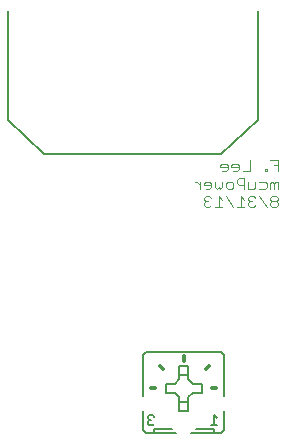
<source format=gbo>
G75*
G70*
%OFA0B0*%
%FSLAX24Y24*%
%IPPOS*%
%LPD*%
%AMOC8*
5,1,8,0,0,1.08239X$1,22.5*
%
%ADD10C,0.0030*%
%ADD11C,0.0060*%
%ADD12C,0.0120*%
%ADD13C,0.0050*%
D10*
X007204Y008915D02*
X007265Y008915D01*
X007389Y008791D01*
X007510Y008791D02*
X007757Y008791D01*
X007757Y008729D02*
X007757Y008853D01*
X007695Y008915D01*
X007572Y008915D01*
X007510Y008853D01*
X007510Y008791D01*
X007572Y008668D02*
X007695Y008668D01*
X007757Y008729D01*
X007878Y008729D02*
X007878Y008915D01*
X007878Y008729D02*
X007940Y008668D01*
X008002Y008729D01*
X008064Y008668D01*
X008125Y008729D01*
X008125Y008915D01*
X008247Y008853D02*
X008247Y008729D01*
X008308Y008668D01*
X008432Y008668D01*
X008494Y008729D01*
X008494Y008853D01*
X008432Y008915D01*
X008308Y008915D01*
X008247Y008853D01*
X008248Y009268D02*
X008124Y009268D01*
X008063Y009391D02*
X008309Y009391D01*
X008309Y009329D02*
X008309Y009453D01*
X008248Y009515D01*
X008124Y009515D01*
X008063Y009453D01*
X008063Y009391D01*
X008248Y009268D02*
X008309Y009329D01*
X008431Y009391D02*
X008678Y009391D01*
X008678Y009329D02*
X008678Y009453D01*
X008616Y009515D01*
X008493Y009515D01*
X008431Y009453D01*
X008431Y009391D01*
X008493Y009268D02*
X008616Y009268D01*
X008678Y009329D01*
X008799Y009268D02*
X009046Y009268D01*
X009046Y009638D01*
X008862Y009038D02*
X008677Y009038D01*
X008615Y008976D01*
X008615Y008853D01*
X008677Y008791D01*
X008862Y008791D01*
X008862Y008668D02*
X008862Y009038D01*
X008983Y008915D02*
X008983Y008668D01*
X009169Y008668D01*
X009230Y008729D01*
X009230Y008915D01*
X009352Y008915D02*
X009537Y008915D01*
X009599Y008853D01*
X009599Y008729D01*
X009537Y008668D01*
X009352Y008668D01*
X009352Y008438D02*
X009599Y008068D01*
X009720Y008129D02*
X009782Y008068D01*
X009905Y008068D01*
X009967Y008129D01*
X009967Y008191D01*
X009905Y008253D01*
X009782Y008253D01*
X009720Y008191D01*
X009720Y008129D01*
X009782Y008253D02*
X009720Y008315D01*
X009720Y008376D01*
X009782Y008438D01*
X009905Y008438D01*
X009967Y008376D01*
X009967Y008315D01*
X009905Y008253D01*
X009843Y008668D02*
X009843Y008853D01*
X009782Y008915D01*
X009720Y008853D01*
X009720Y008668D01*
X009843Y008853D02*
X009905Y008915D01*
X009967Y008915D01*
X009967Y008668D01*
X009967Y009268D02*
X009967Y009638D01*
X009720Y009638D01*
X009843Y009453D02*
X009967Y009453D01*
X009599Y009329D02*
X009599Y009268D01*
X009537Y009268D01*
X009537Y009329D01*
X009599Y009329D01*
X009169Y008438D02*
X009045Y008438D01*
X008983Y008376D01*
X008983Y008315D01*
X009045Y008253D01*
X008983Y008191D01*
X008983Y008129D01*
X009045Y008068D01*
X009169Y008068D01*
X009230Y008129D01*
X009107Y008253D02*
X009045Y008253D01*
X009230Y008376D02*
X009169Y008438D01*
X008862Y008315D02*
X008739Y008438D01*
X008739Y008068D01*
X008862Y008068D02*
X008615Y008068D01*
X008494Y008068D02*
X008247Y008438D01*
X008125Y008315D02*
X008002Y008438D01*
X008002Y008068D01*
X008125Y008068D02*
X007878Y008068D01*
X007757Y008129D02*
X007695Y008068D01*
X007572Y008068D01*
X007510Y008129D01*
X007510Y008191D01*
X007572Y008253D01*
X007634Y008253D01*
X007572Y008253D02*
X007510Y008315D01*
X007510Y008376D01*
X007572Y008438D01*
X007695Y008438D01*
X007757Y008376D01*
X007389Y008668D02*
X007389Y008915D01*
D11*
X005486Y001268D02*
X005486Y000618D01*
X005586Y000518D01*
X005836Y000518D01*
X006586Y000518D01*
X006436Y000668D02*
X005836Y000668D01*
X005836Y000518D01*
X005486Y001768D02*
X005486Y003118D01*
X005586Y003218D01*
X008086Y003218D01*
X008186Y003118D01*
X008186Y001768D01*
X008186Y001268D02*
X008186Y000618D01*
X008086Y000518D01*
X007836Y000518D01*
X007086Y000518D01*
X007236Y000668D02*
X007836Y000668D01*
X007836Y000518D01*
X006986Y001268D02*
X006986Y001568D01*
X006686Y001568D01*
X006686Y001718D01*
X006536Y001868D01*
X006236Y001868D01*
X006236Y002168D01*
X006536Y002168D01*
X006686Y002318D01*
X006686Y002468D01*
X006686Y002768D01*
X006986Y002768D01*
X006986Y002468D01*
X006986Y002318D01*
X007136Y002168D01*
X007436Y002168D01*
X007436Y001868D01*
X007136Y001868D01*
X006986Y001718D01*
X006986Y001568D01*
X006986Y001268D02*
X006686Y001268D01*
X006686Y001568D01*
X006686Y002468D02*
X006986Y002468D01*
D12*
X006836Y002938D02*
X006836Y003088D01*
X007586Y002668D02*
X007686Y002768D01*
X007776Y002018D02*
X007926Y002018D01*
X006136Y002668D02*
X006036Y002768D01*
X005896Y002018D02*
X005746Y002018D01*
D13*
X005691Y001133D02*
X005634Y001076D01*
X005634Y001020D01*
X005691Y000963D01*
X005634Y000906D01*
X005634Y000849D01*
X005691Y000793D01*
X005805Y000793D01*
X005861Y000849D01*
X005748Y000963D02*
X005691Y000963D01*
X005691Y001133D02*
X005805Y001133D01*
X005861Y001076D01*
X007734Y000793D02*
X007961Y000793D01*
X007848Y000793D02*
X007848Y001133D01*
X007961Y001020D01*
X008092Y009824D02*
X009313Y010966D01*
X009313Y014588D01*
X008092Y009824D02*
X002187Y009824D01*
X000966Y010966D01*
X000966Y014588D01*
M02*

</source>
